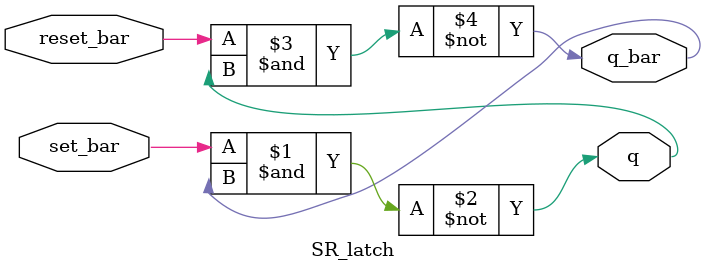
<source format=v>
module SR_latch (
    output q,
    output q_bar,
    input set_bar,
    input reset_bar
);

nand n1(q, set_bar, q_bar);
nand n2(q_bar, reset_bar, q);

endmodule
</source>
